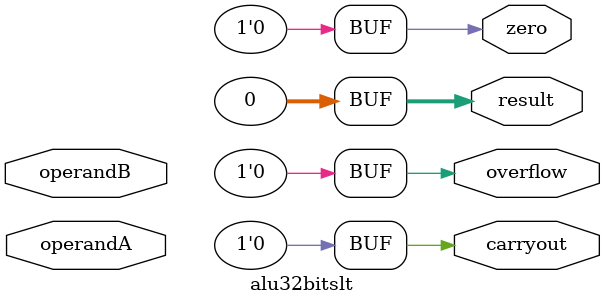
<source format=v>
`define AND and #20
`define OR or #20
`define XOR xor #20
`define NOT not #10

module alu32bitxor
(
output[31:0]  result,
output        carryout,
output        zero,
output        overflow,
input[31:0]   operandA,
input[31:0]   operandB
);

genvar i;
generate
  for (i = 0; i < 32; i = i + 1)
  begin: ripple
    `XOR xorgate (result[i], operandA[i], operandB[i]);
  end
endgenerate

//doesn't need to set a flag
assign carryout = 0;
assign zero = 0;
assign overflow = 0;

endmodule

//ands or nands 32 bits using a for loop and looping through each bit
//if other control signal is one it negates output
module alu32bitandn
(
output[31:0]  result,
output        carryout,
output        zero,
output        overflow,
input[31:0]   operandA,
input[31:0]   operandB,
input         othercontrolsignal
);
wire interresult[31:0];

genvar i;
generate
  for (i = 0; i < 32; i = i + 1)
  begin: ripple0
    `AND andgate (interresult[i], operandA[i], operandB[i]);
  end
endgenerate

genvar j;
generate
  for (j = 0; j < 32; j = j + 1)
  begin: ripple1
    `XOR final (result[j], othercontrolsignal, interresult[j]);
  end
endgenerate

//doesn't need to set a flag
assign carryout = 0;
assign zero = 0;
assign overflow = 0;

endmodule

//here to make the code run
module AddSub
(
output[31:0] result,
output carryout,
output zero,
output overflow,
input[31:0] operandA,
input[31:0] operandB,
input subtract
);

// code here

endmodule

//the set-less-than command, uses the 32-bit subtractor
module alu32bitslt
(
output[31:0]  result,
output        carryout,
output        zero,
output        overflow,
input[31:0]   operandA,
input[31:0]   operandB
);
wire[31:0] subresult;
wire subcarryout;
wire subzero;
wire suboverflow;

//set invertB to 1 because subtraction is needed
AddSub dut (subresult, subcarryout, subzero, suboverflow, operandA, operandB, 1);

assign result = 32'b0;

`XOR final (result[0], subresult[0], suboverflow);

//doesn't need to set a flag
assign carryout = 0;
assign zero = 0;
assign overflow = 0;

endmodule

</source>
